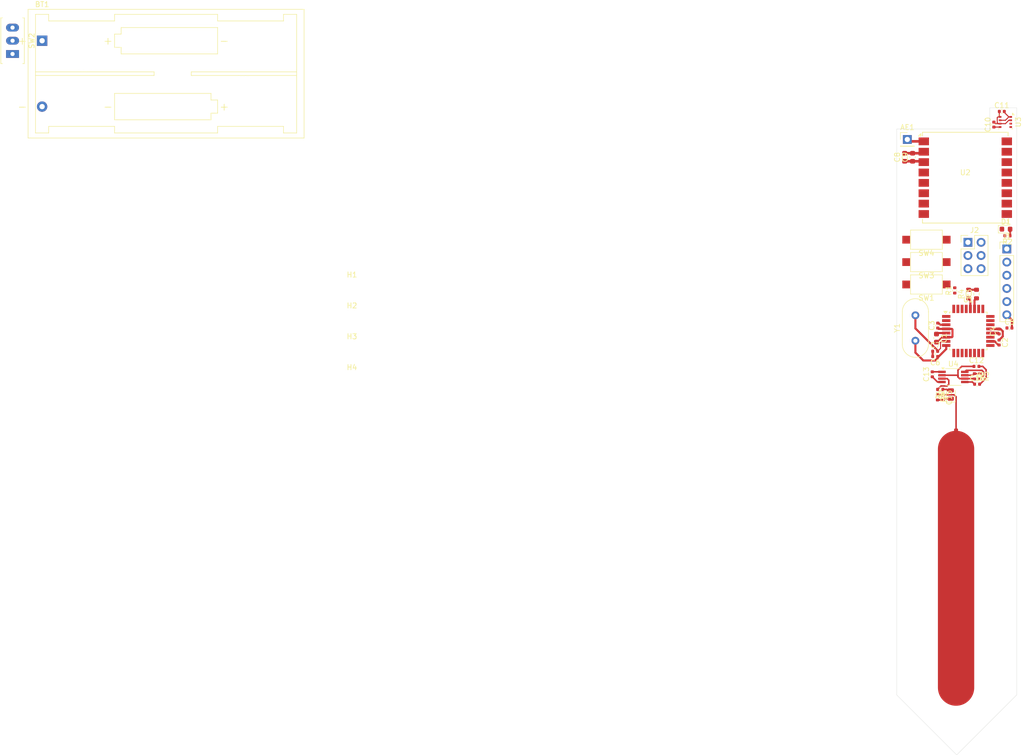
<source format=kicad_pcb>
(kicad_pcb (version 20240108) (generator "pcbnew") (generator_version "8.0")
  (layers (0 "F.Cu" signal) (31 "B.Cu" signal) (34 "B.Paste" user) (35 "F.Paste" user) (36 "B.SilkS" user "B.Silkscreen") (37 "F.SilkS" user "F.Silkscreen") (38 "B.Mask" user) (39 "F.Mask" user) (44 "Edge.Cuts" user))
  (net 0 "")
  (net 1 "Net-(AE1-Pin_1)")
  (net 2 "Net-(BT1-+)")
  (net 3 "GND")
  (net 4 "+3.3V")
  (net 5 "Net-(U1-AREF)")
  (net 6 "RESET")
  (net 7 "Net-(J1-Pin_6)")
  (net 8 "XTAL2")
  (net 9 "XTAL1")
  (net 10 "TRIG")
  (net 11 "Net-(C14-Pad1)")
  (net 12 "SOIL")
  (net 13 "COUT")
  (net 14 "Net-(D1-A)")
  (net 15 "Net-(D2-A)")
  (net 17 "RX")
  (net 18 "+5V")
  (net 19 "TX")
  (net 20 "MOSI")
  (net 21 "SCK")
  (net 22 "MISO")
  (net 23 "SDA")
  (net 24 "SCL")
  (net 25 "Net-(U4-DIS)")
  (net 26 "OUT")
  (net 28 "BUTTON1")
  (net 29 "BUTTON2")
  (net 34 "DIO0")
  (net 36 "LORA_RST")
  (net 40 "CS")
  (footprint "Resistor_SMD:R_0402_1005Metric" (layer "F.Cu") (at 255.512366 104.56 -90)
    (property "Reference" "R6" (at 0 -1.17 90) (layer "F.SilkS"))
    (property "Value" "1.5 K")
    (fp_line (start -0.153641 0.38) (end 0.153641 0.38) (stroke (width 0.12)) (layer "F.SilkS"))
    (fp_line (start -0.153641 -0.38) (end 0.153641 -0.38) (stroke (width 0.12)) (layer "F.SilkS"))
    (pad "1" smd roundrect (at -0.51 0 270) (size 0.54 0.64) (layers "F.Cu" "F.Paste" "F.Mask") (net 25 "Net-(U4-DIS)"))
    (pad "2" smd roundrect (at 0.51 0 270) (size 0.54 0.64) (layers "F.Cu" "F.Paste" "F.Mask") (net 10 "TRIG"))
  )
  (footprint "Resistor_SMD:R_0402_1005Metric" (layer "F.Cu") (at 248.910366 107.1 180)
    (property "Reference" "R8" (at 0 -1.17 180) (layer "F.SilkS"))
    (property "Value" "10 K")
    (fp_line (start -0.153641 0.38) (end 0.153641 0.38) (stroke (width 0.12)) (layer "F.SilkS"))
    (fp_line (start -0.153641 -0.38) (end 0.153641 -0.38) (stroke (width 0.12)) (layer "F.SilkS"))
    (pad "1" smd roundrect (at -0.51 0 180) (size 0.54 0.64) (layers "F.Cu" "F.Paste" "F.Mask") (net 15 "Net-(D2-A)"))
    (pad "2" smd roundrect (at 0.51 0 180) (size 0.54 0.64) (layers "F.Cu" "F.Paste" "F.Mask") (net 26 "OUT"))
  )
  (footprint "Connector_PinHeader_2.54mm:PinHeader_2x03_P2.54mm_Vertical" (layer "F.Cu") (at 254.254 78.74)
    (property "Reference" "J2" (at 1.27 -2.33 0) (layer "F.SilkS"))
    (property "Value" "AT_ISP")
    (fp_line (start -1.33 -1.33) (end 0 -1.33) (stroke (width 0.12)) (layer "F.SilkS"))
    (fp_line (start -1.33 0) (end -1.33 -1.33) (stroke (width 0.12)) (layer "F.SilkS"))
    (fp_line (start -1.33 1.27) (end -1.33 6.41) (stroke (width 0.12)) (layer "F.SilkS"))
    (fp_line (start -1.33 1.27) (end 1.27 1.27) (stroke (width 0.12)) (layer "F.SilkS"))
    (fp_line (start -1.33 6.41) (end 3.87 6.41) (stroke (width 0.12)) (layer "F.SilkS"))
    (fp_line (start 1.27 -1.33) (end 3.87 -1.33) (stroke (width 0.12)) (layer "F.SilkS"))
    (fp_line (start 1.27 1.27) (end 1.27 -1.33) (stroke (width 0.12)) (layer "F.SilkS"))
    (fp_line (start 3.87 -1.33) (end 3.87 6.41) (stroke (width 0.12)) (layer "F.SilkS"))
    (pad "1" thru_hole rect (at 0 0) (size 1.7 1.7) (drill 1) (layers "*.Cu" "*.Mask") (net 22 "MISO"))
    (pad "2" thru_hole oval (at 2.54 0) (size 1.7 1.7) (drill 1) (layers "*.Cu" "*.Mask") (net 4 "+3.3V"))
    (pad "3" thru_hole oval (at 0 2.54) (size 1.7 1.7) (drill 1) (layers "*.Cu" "*.Mask") (net 21 "SCK"))
    (pad "4" thru_hole oval (at 2.54 2.54) (size 1.7 1.7) (drill 1) (layers "*.Cu" "*.Mask") (net 20 "MOSI"))
    (pad "5" thru_hole oval (at 0 5.08) (size 1.7 1.7) (drill 1) (layers "*.Cu" "*.Mask") (net 6 "RESET"))
    (pad "6" thru_hole oval (at 2.54 5.08) (size 1.7 1.7) (drill 1) (layers "*.Cu" "*.Mask") (net 3 "GND"))
  )
  (footprint "Resistor_SMD:R_0402_1005Metric" (layer "F.Cu") (at 256.584366 104.562 -90)
    (property "Reference" "R5" (at 0 -1.17 90) (layer "F.SilkS"))
    (property "Value" "330")
    (fp_line (start -0.153641 0.38) (end 0.153641 0.38) (stroke (width 0.12)) (layer "F.SilkS"))
    (fp_line (start -0.153641 -0.38) (end 0.153641 -0.38) (stroke (width 0.12)) (layer "F.SilkS"))
    (pad "1" smd roundrect (at -0.51 0 270) (size 0.54 0.64) (layers "F.Cu" "F.Paste" "F.Mask") (net 25 "Net-(U4-DIS)"))
    (pad "2" smd roundrect (at 0.51 0 270) (size 0.54 0.64) (layers "F.Cu" "F.Paste" "F.Mask") (net 4 "+3.3V"))
  )
  (footprint "Capacitor_SMD:C_0402_1005Metric" (layer "F.Cu") (at 259.262 56.048 90)
    (property "Reference" "C10" (at 0 -1.16 -90) (layer "F.SilkS"))
    (property "Value" "100 nF")
    (fp_line (start -0.107836 -0.36) (end 0.107836 -0.36) (stroke (width 0.12)) (layer "F.SilkS"))
    (fp_line (start -0.107836 0.36) (end 0.107836 0.36) (stroke (width 0.12)) (layer "F.SilkS"))
    (pad "1" smd roundrect (at -0.48 0 90) (size 0.56 0.62) (layers "F.Cu" "F.Paste" "F.Mask") (net 3 "GND"))
    (pad "2" smd roundrect (at 0.48 0 90) (size 0.56 0.62) (layers "F.Cu" "F.Paste" "F.Mask") (net 4 "+3.3V"))
  )
  (footprint "Capacitor_SMD:C_0402_1005Metric" (layer "F.Cu") (at 248.448 94.784 90)
    (property "Reference" "C3" (at 0 -1.16 -90) (layer "F.SilkS"))
    (property "Value" "100 nF")
    (fp_line (start -0.107836 -0.36) (end 0.107836 -0.36) (stroke (width 0.12)) (layer "F.SilkS"))
    (fp_line (start -0.107836 0.36) (end 0.107836 0.36) (stroke (width 0.12)) (layer "F.SilkS"))
    (pad "1" smd roundrect (at -0.48 0 90) (size 0.56 0.62) (layers "F.Cu" "F.Paste" "F.Mask") (net 4 "+3.3V"))
    (pad "2" smd roundrect (at 0.48 0 90) (size 0.56 0.62) (layers "F.Cu" "F.Paste" "F.Mask") (net 3 "GND"))
  )
  (footprint "Package_LGA:Bosch_LGA-8_2.5x2.5mm_P0.65mm_ClockwisePinNumbering" (layer "F.Cu") (at 261.484 55.54 -90)
    (property "Reference" "U3" (at 0.015 -2.465 90) (layer "F.SilkS"))
    (property "Value" "BME280")
    (fp_line (start -1.35 1.36) (end -1.2 1.36) (stroke (width 0.1)) (layer "F.SilkS"))
    (fp_line (start -1.35 1.35) (end -1.35 1.2) (stroke (width 0.1)) (layer "F.SilkS"))
    (fp_line (start 1.35 1.35) (end 1.2 1.35) (stroke (width 0.1)) (layer "F.SilkS"))
    (fp_line (start 1.35 1.35) (end 1.35 1.2) (stroke (width 0.1)) (layer "F.SilkS"))
    (fp_line (start 1.2 -1.35) (end 1.35 -1.35) (stroke (width 0.1)) (layer "F.SilkS"))
    (fp_line (start 1.35 -1.35) (end 1.35 -1.2) (stroke (width 0.1)) (layer "F.SilkS"))
    (fp_poly (pts (xy -1.35 -1.35) (xy -1.71 -1.35) (xy -1.35 -1.71) (xy -1.35 -1.35)) (stroke (width 0.12)) (fill solid) (layer "F.SilkS"))
    (pad "1" smd rect (at -0.975 -1.025) (size 0.5 0.35) (layers "F.Cu" "F.Paste" "F.Mask") (net 3 "GND"))
    (pad "2" smd rect (at -0.325 -1.025) (size 0.5 0.35) (layers "F.Cu" "F.Paste" "F.Mask") (net 4 "+3.3V"))
    (pad "3" smd rect (at 0.325 -1.025) (size 0.5 0.35) (layers "F.Cu" "F.Paste" "F.Mask") (net 23 "SDA"))
    (pad "4" smd rect (at 0.975 -1.025) (size 0.5 0.35) (layers "F.Cu" "F.Paste" "F.Mask") (net 24 "SCL"))
    (pad "5" smd rect (at 0.975 1.025) (size 0.5 0.35) (layers "F.Cu" "F.Paste" "F.Mask") (net 3 "GND"))
    (pad "6" smd rect (at 0.325 1.025) (size 0.5 0.35) (layers "F.Cu" "F.Paste" "F.Mask") (net 4 "+3.3V"))
    (pad "7" smd rect (at -0.325 1.025) (size 0.5 0.35) (layers "F.Cu" "F.Paste" "F.Mask") (net 3 "GND"))
    (pad "8" smd rect (at -0.975 1.025) (size 0.5 0.35) (layers "F.Cu" "F.Paste" "F.Mask") (net 4 "+3.3V"))
  )
  (footprint "Button_Switch_SMD:SW_SPST_CK_RS282G05A3" (layer "F.Cu") (at 246.253 86.864 180)
    (property "Reference" "SW1" (at 0 -2.6 180) (layer "F.SilkS"))
    (property "Value" "AT_RESET")
    (fp_line (start 3.06 1.85) (end -3.06 1.85) (stroke (width 0.12)) (layer "F.SilkS"))
    (fp_line (start 3.06 -1.85) (end 3.06 1.85) (stroke (width 0.12)) (layer "F.SilkS"))
    (fp_line (start -3.06 1.85) (end -3.06 -1.85) (stroke (width 0.12)) (layer "F.SilkS"))
    (fp_line (start -3.06 -1.85) (end 3.06 -1.85) (stroke (width 0.12)) (layer "F.SilkS"))
    (pad "1" smd rect (at -3.9 0 180) (size 1.5 1.5) (layers "F.Cu" "F.Paste" "F.Mask") (net 6 "RESET"))
    (pad "2" smd rect (at 3.9 0 180) (size 1.5 1.5) (layers "F.Cu" "F.Paste" "F.Mask") (net 3 "GND"))
  )
  (footprint "Resistor_SMD:R_0402_1005Metric" (layer "F.Cu") (at 261.872 77.47 180)
    (property "Reference" "R2" (at 0 -1.17 180) (layer "F.SilkS"))
    (property "Value" "1 K")
    (fp_line (start -0.153641 0.38) (end 0.153641 0.38) (stroke (width 0.12)) (layer "F.SilkS"))
    (fp_line (start -0.153641 -0.38) (end 0.153641 -0.38) (stroke (width 0.12)) (layer "F.SilkS"))
    (pad "1" smd roundrect (at -0.51 0 180) (size 0.54 0.64) (layers "F.Cu" "F.Paste" "F.Mask") (net 14 "Net-(D1-A)"))
    (pad "2" smd roundrect (at 0.51 0 180) (size 0.54 0.64) (layers "F.Cu" "F.Paste" "F.Mask") (net 21 "SCK"))
  )
  (footprint "Resistor_SMD:R_0603_1608Metric" (layer "F.Cu") (at 254.381 88.709 90)
    (property "Reference" "R4" (at 0 -1.43 -90) (layer "F.SilkS"))
    (property "Value" "1.8 K")
    (fp_line (start -0.237258 -0.5225) (end 0.237258 -0.5225) (stroke (width 0.12)) (layer "F.SilkS"))
    (fp_line (start -0.237258 0.5225) (end 0.237258 0.5225) (stroke (width 0.12)) (layer "F.SilkS"))
    (pad "1" smd roundrect (at -0.825 0 90) (size 0.8 0.95) (layers "F.Cu" "F.Paste" "F.Mask") (net 24 "SCL"))
    (pad "2" smd roundrect (at 0.825 0 90) (size 0.8 0.95) (layers "F.Cu" "F.Paste" "F.Mask") (net 4 "+3.3V"))
  )
  (footprint "Capacitor_SMD:C_0402_1005Metric" (layer "F.Cu") (at 249.483366 108.65 -90)
    (property "Reference" "C15" (at 0 -1.16 90) (layer "F.SilkS"))
    (property "Value" "1 nF")
    (fp_line (start -0.107836 0.36) (end 0.107836 0.36) (stroke (width 0.12)) (layer "F.SilkS"))
    (fp_line (start -0.107836 -0.36) (end 0.107836 -0.36) (stroke (width 0.12)) (layer "F.SilkS"))
    (pad "1" smd roundrect (at -0.48 0 270) (size 0.56 0.62) (layers "F.Cu" "F.Paste" "F.Mask") (net 11 "Net-(C14-Pad1)"))
    (pad "2" smd roundrect (at 0.48 0 270) (size 0.56 0.62) (layers "F.Cu" "F.Paste" "F.Mask") (net 12 "SOIL"))
  )
  (footprint "Connector_PinHeader_2.54mm:PinHeader_1x06_P2.54mm_Vertical" (layer "F.Cu") (at 261.747 80.01)
    (property "Reference" "J1" (at 0 -2.33 0) (layer "F.SilkS"))
    (property "Value" "FTDI")
    (fp_line (start -1.33 -1.33) (end 0 -1.33) (stroke (width 0.12)) (layer "F.SilkS"))
    (fp_line (start -1.33 0) (end -1.33 -1.33) (stroke (width 0.12)) (layer "F.SilkS"))
    (fp_line (start -1.33 1.27) (end -1.33 14.03) (stroke (width 0.12)) (layer "F.SilkS"))
    (fp_line (start -1.33 1.27) (end 1.33 1.27) (stroke (width 0.12)) (layer "F.SilkS"))
    (fp_line (start -1.33 14.03) (end 1.33 14.03) (stroke (width 0.12)) (layer "F.SilkS"))
    (fp_line (start 1.33 1.27) (end 1.33 14.03) (stroke (width 0.12)) (layer "F.SilkS"))
    (pad "1" thru_hole rect (at 0 0) (size 1.7 1.7) (drill 1) (layers "*.Cu" "*.Mask") (net 3 "GND"))
    (pad "2" thru_hole oval (at 0 2.54) (size 1.7 1.7) (drill 1) (layers "*.Cu" "*.Mask"))
    (pad "3" thru_hole oval (at 0 5.08) (size 1.7 1.7) (drill 1) (layers "*.Cu" "*.Mask") (net 18 "+5V"))
    (pad "4" thru_hole oval (at 0 7.62) (size 1.7 1.7) (drill 1) (layers "*.Cu" "*.Mask") (net 17 "RX"))
    (pad "5" thru_hole oval (at 0 10.16) (size 1.7 1.7) (drill 1) (layers "*.Cu" "*.Mask") (net 19 "TX"))
    (pad "6" thru_hole oval (at 0 12.7) (size 1.7 1.7) (drill 1) (layers "*.Cu" "*.Mask") (net 7 "Net-(J1-Pin_6)"))
  )
  (footprint "Capacitor_SMD:C_0402_1005Metric" (layer "F.Cu") (at 260.786 53.508)
    (property "Reference" "C11" (at 0 -1.16 0) (layer "F.SilkS"))
    (property "Value" "1 uF")
    (fp_line (start -0.107836 -0.36) (end 0.107836 -0.36) (stroke (width 0.12)) (layer "F.SilkS"))
    (fp_line (start -0.107836 0.36) (end 0.107836 0.36) (stroke (width 0.12)) (layer "F.SilkS"))
    (pad "1" smd roundrect (at -0.48 0) (size 0.56 0.62) (layers "F.Cu" "F.Paste" "F.Mask") (net 4 "+3.3V"))
    (pad "2" smd roundrect (at 0.48 0) (size 0.56 0.62) (layers "F.Cu" "F.Paste" "F.Mask") (net 3 "GND"))
  )
  (footprint "Sensor_Humidity:Soil" (layer "F.Cu") (at 251.968 118.5695)
    (property "Reference" "C14" (hide yes))
    (property "Value" "Soil")
    (fp_line (start 0 0) (end 0 46) (stroke (width 7)) (layer "F.Cu"))
    (pad "1" smd roundrect (at 0 -3.58775) (size 0.762 0.6985) (layers "F.Cu" "F.Paste" "F.Mask") (net 11 "Net-(C14-Pad1)"))
  )
  (footprint "Battery:BatteryHolder_Keystone_2468_2xAAA" (layer "F.Cu") (at 75.795 39.878)
    (property "Reference" "BT1" (at 0 -7 0) (layer "F.SilkS"))
    (property "Value" "Battery")
    (fp_line (start -2.7 -6.05) (end -2.7 18.75) (stroke (width 0.12)) (layer "F.SilkS"))
    (fp_line (start -2.7 18.755) (end 50.5 18.755) (stroke (width 0.12)) (layer "F.SilkS"))
    (fp_line (start -1.27 -5.08) (end -1.27 17.78) (stroke (width 0.12)) (layer "F.SilkS"))
    (fp_line (start -1.27 6) (end 21.59 6) (stroke (width 0.12)) (layer "F.SilkS"))
    (fp_line (start -1.27 17.78) (end 1.27 17.78) (stroke (width 0.12)) (layer "F.SilkS"))
    (fp_line (start 1.27 -5.08) (end -1.27 -5.08) (stroke (width 0.12)) (layer "F.SilkS"))
    (fp_line (start 1.27 -3.81) (end 1.27 -5.08) (stroke (width 0.12)) (layer "F.SilkS"))
    (fp_line (start 1.27 -3.81) (end 13.97 -3.81) (stroke (width 0.12)) (layer "F.SilkS"))
    (fp_line (start 1.27 16.51) (end 13.97 16.51) (stroke (width 0.12)) (layer "F.SilkS"))
    (fp_line (start 1.27 17.78) (end 1.27 16.51) (stroke (width 0.12)) (layer "F.SilkS"))
    (fp_line (start 13.97 -5.08) (end 13.97 -3.81) (stroke (width 0.12)) (layer "F.SilkS"))
    (fp_line (start 13.97 -1.27) (end 15.24 -1.27) (stroke (width 0.12)) (layer "F.SilkS"))
    (fp_line (start 13.97 1.27) (end 13.97 -1.27) (stroke (width 0.12)) (layer "F.SilkS"))
    (fp_line (start 13.97 10.16) (end 32.56 10.16) (stroke (width 0.12)) (layer "F.SilkS"))
    (fp_line (start 13.97 15.24) (end 13.97 10.16) (stroke (width 0.12)) (layer "F.SilkS"))
    (fp_line (start 13.97 16.51) (end 13.97 17.78) (stroke (width 0.12)) (layer "F.SilkS"))
    (fp_line (start 13.97 17.78) (end 33.83 17.78) (stroke (width 0.12)) (layer "F.SilkS"))
    (fp_line (start 15.24 -2.54) (end 33.83 -2.54) (stroke (width 0.12)) (layer "F.SilkS"))
    (fp_line (start 15.24 -1.27) (end 15.24 -2.54) (stroke (width 0.12)) (layer "F.SilkS"))
    (fp_line (start 15.24 1.27) (end 13.97 1.27) (stroke (width 0.12)) (layer "F.SilkS"))
    (fp_line (start 15.24 2.54) (end 15.24 1.27) (stroke (width 0.12)) (layer "F.SilkS"))
    (fp_line (start 21.59 6) (end 21.59 6.7) (stroke (width 0.12)) (layer "F.SilkS"))
    (fp_line (start 21.59 6.7) (end -1.27 6.7) (stroke (width 0.12)) (layer "F.SilkS"))
    (fp_line (start 28.75 6) (end 28.75 6.7) (stroke (width 0.12)) (layer "F.SilkS"))
    (fp_line (start 28.75 6.7) (end 49.07 6.7) (stroke (width 0.12)) (layer "F.SilkS"))
    (fp_line (start 32.56 10.16) (end 32.56 11.43) (stroke (width 0.12)) (layer "F.SilkS"))
    (fp_line (start 32.56 11.43) (end 33.83 11.43) (stroke (width 0.12)) (layer "F.SilkS"))
    (fp_line (start 32.56 13.97) (end 32.56 15.24) (stroke (width 0.12)) (layer "F.SilkS"))
    (fp_line (start 32.56 15.24) (end 13.97 15.24) (stroke (width 0.12)) (layer "F.SilkS"))
    (fp_line (start 33.83 -5.08) (end 13.97 -5.08) (stroke (width 0.12)) (layer "F.SilkS"))
    (fp_line (start 33.83 -3.81) (end 33.83 -5.08) (stroke (width 0.12)) (layer "F.SilkS"))
    (fp_line (start 33.83 -2.54) (end 33.83 2.54) (stroke (width 0.12)) (layer "F.SilkS"))
    (fp_line (start 33.83 2.54) (end 15.24 2.54) (stroke (width 0.12)) (layer "F.SilkS"))
    (fp_line (start 33.83 11.43) (end 33.83 13.97) (stroke (width 0.12)) (layer "F.SilkS"))
    (fp_line (start 33.83 13.97) (end 32.56 13.97) (stroke (width 0.12)) (layer "F.SilkS"))
    (fp_line (start 33.83 17.78) (end 33.83 16.51) (stroke (width 0.12)) (layer "F.SilkS"))
    (fp_line (start 46.53 -5.08) (end 46.53 -3.81) (stroke (width 0.12)) (layer "F.SilkS"))
    (fp_line (start 46.53 -3.81) (end 33.83 -3.81) (stroke (width 0.12)) (layer "F.SilkS"))
    (fp_line (start 46.53 16.51) (end 33.83 16.51) (stroke (width 0.12)) (layer "F.SilkS"))
    (fp_line (start 46.53 17.78) (end 46.53 16.51) (stroke (width 0.12)) (layer "F.SilkS"))
    (fp_line (start 49.07 -5.08) (end 46.53 -5.08) (stroke (width 0.12)) (layer "F.SilkS"))
    (fp_line (start 49.07 -5.08) (end 49.07 17.78) (stroke (width 0.12)) (layer "F.SilkS"))
    (fp_line (start 49.07 6) (end 28.75 6) (stroke (width 0.12)) (layer "F.SilkS"))
    (fp_line (start 49.07 17.78) (end 46.53 17.78) (stroke (width 0.12)) (layer "F.SilkS"))
    (fp_line (start 50.5 -6.055) (end -2.7 -6.055) (stroke (width 0.12)) (layer "F.SilkS"))
    (fp_line (start 50.5 18.75) (end 50.5 -6.05) (stroke (width 0.12)) (layer "F.SilkS"))
    (fp_text user "+" (at 35.1 12.7 0) (layer "F.SilkS") (effects (font (size 1.5 1.5))))
    (fp_text user "-" (at 35.1 0 0) (layer "F.SilkS") (effects (font (size 1.5 1.5))))
    (fp_text user "-" (at -3.81 12.7 0) (layer "F.SilkS") (effects (font (size 1.5 1.5))))
    (fp_text user "+" (at 12.7 0 0) (layer "F.SilkS") (effects (font (size 1.5 1.5))))
    (fp_text user "+" (at -3.81 0 0) (layer "F.SilkS") (effects (font (size 1.5 1.5))))
    (fp_text user "-" (at 12.7 12.7 0) (layer "F.SilkS") (effects (font (size 1.5 1.5))))
    (pad "" np_thru_hole circle (at 8.64 4) (size 3.45 3.45) (drill 3.45) (layers "*.Cu"))
    (pad "" np_thru_hole circle (at 38.61 8.7) (size 3.45 3.45) (drill 3.45) (layers "*.Cu" "*.Mask"))
    (pad "1" thru_hole rect (at 0 0) (size 2 2) (drill 1.02) (layers "*.Cu" "*.Mask") (net 2 "Net-(BT1-+)"))
    (pad "2" thru_hole circle (at 0 12.7) (size 2 2) (drill 1.02) (layers "*.Cu" "*.Mask") (net 3 "GND"))
  )
  (footprint "MountingHole:MountingHole_2.2mm_M2" (layer "F.Cu") (at 135.518 100.097)
    (property "Reference" "H3" (at 0 -3.2 0) (layer "F.SilkS"))
    (property "Value" "MountingHole")
    (pad "" np_thru_hole circle (at 0 0) (size 2.2 2.2) (drill 2.2) (layers "*.Cu" "*.Mask"))
  )
  (footprint "Package_SO:VSSOP-8_3.0x3.0mm_P0.65mm" (layer "F.Cu") (at 251.450366 104.687)
    (property "Reference" "U4" (at 0 -2.5 0) (layer "F.SilkS"))
    (property "Value" "TLC555xPS")
    (fp_line (start 1.5 -1.62) (end -1.5 -1.62) (stroke (width 0.12)) (layer "F.SilkS"))
    (fp_line (start 1.5 1.62) (end -1.5 1.62) (stroke (width 0.12)) (layer "F.SilkS"))
    (fp_poly (pts (xy -2 -1.45) (xy -2.24 -1.78) (xy -1.76 -1.78) (xy -2 -1.45)) (stroke (width 0.12)) (fill solid) (layer "F.SilkS"))
    (pad "1" smd rect (at -2.2 -0.975 270) (size 0.45 1.45) (layers "F.Cu" "F.Paste" "F.Mask") (net 3 "GND"))
    (pad "2" smd rect (at -2.2 -0.325 270) (size 0.45 1.45) (layers "F.Cu" "F.Paste" "F.Mask") (net 10 "TRIG"))
    (pad "3" smd rect (at -2.2 0.325 270) (size 0.45 1.45) (layers "F.Cu" "F.Paste" "F.Mask") (net 26 "OUT"))
    (pad "4" smd rect (at -2.2 0.975 270) (size 0.45 1.45) (layers "F.Cu" "F.Paste" "F.Mask") (net 4 "+3.3V"))
    (pad "5" smd rect (at 2.2 0.975 270) (size 0.45 1.45) (layers "F.Cu" "F.Paste" "F.Mask") (net 13 "COUT"))
    (pad "6" smd rect (at 2.2 0.325 270) (size 0.45 1.45) (layers "F.Cu" "F.Paste" "F.Mask") (net 10 "TRIG"))
    (pad "7" smd rect (at 2.2 -0.325 270) (size 0.45 1.45) (layers "F.Cu" "F.Paste" "F.Mask") (net 25 "Net-(U4-DIS)"))
    (pad "8" smd rect (at 2.2 -0.975 270) (size 0.45 1.45) (layers "F.Cu" "F.Paste" "F.Mask") (net 4 "+3.3V"))
  )
  (footprint "LED_SMD:LED_0603_1608Metric" (layer "F.Cu") (at 261.5945 76.2)
    (property "Reference" "D1" (at 0 -1.43 0) (layer "F.SilkS"))
    (property "Value" "LED")
    (fp_line (start -1.485 -0.735) (end -1.485 0.735) (stroke (width 0.12)) (layer "F.SilkS"))
    (fp_line (start -1.485 0.735) (end 0.8 0.735) (stroke (width 0.12)) (layer "F.SilkS"))
    (fp_line (start 0.8 -0.735) (end -1.485 -0.735) (stroke (width 0.12)) (layer "F.SilkS"))
    (pad "1" smd roundrect (at -0.7875 0) (size 0.875 0.95) (layers "F.Cu" "F.Paste" "F.Mask") (net 3 "GND"))
    (pad "2" smd roundrect (at 0.7875 0) (size 0.875 0.95) (layers "F.Cu" "F.Paste" "F.Mask") (net 14 "Net-(D1-A)"))
  )
  (footprint "Capacitor_SMD:C_0402_1005Metric" (layer "F.Cu") (at 260.259 95.927 90)
    (property "Reference" "C4" (at 0 -1.16 -90) (layer "F.SilkS"))
    (property "Value" "100 nF")
    (fp_line (start -0.107836 -0.36) (end 0.107836 -0.36) (stroke (width 0.12)) (layer "F.SilkS"))
    (fp_line (start -0.107836 0.36) (end 0.107836 0.36) (stroke (width 0.12)) (layer "F.SilkS"))
    (pad "1" smd roundrect (at -0.48 0 90) (size 0.56 0.62) (layers "F.Cu" "F.Paste" "F.Mask") (net 5 "Net-(U1-AREF)"))
    (pad "2" smd roundrect (at 0.48 0 90) (size 0.56 0.62) (layers "F.Cu" "F.Paste" "F.Mask") (net 3 "GND"))
  )
  (footprint "Capacitor_SMD:C_0402_1005Metric" (layer "F.Cu") (at 247.94 100.753 180)
    (property "Reference" "C6" (at 0 -1.16 180) (layer "F.SilkS"))
    (property "Value" "22 pF")
    (fp_line (start -0.107836 0.36) (end 0.107836 0.36) (stroke (width 0.12)) (layer "F.SilkS"))
    (fp_line (start -0.107836 -0.36) (end 0.107836 -0.36) (stroke (width 0.12)) (layer "F.SilkS"))
    (pad "1" smd roundrect (at -0.48 0 180) (size 0.56 0.62) (layers "F.Cu" "F.Paste" "F.Mask") (net 8 "XTAL2"))
    (pad "2" smd roundrect (at 0.48 0 180) (size 0.56 0.62) (layers "F.Cu" "F.Paste" "F.Mask") (net 3 "GND"))
  )
  (footprint "Capacitor_SMD:C_0402_1005Metric" (layer "F.Cu") (at 255.895366 102.655)
    (property "Reference" "C12" (at 0 -1.16 0) (layer "F.SilkS"))
    (property "Value" "470 pF")
    (fp_line (start -0.107836 -0.36) (end 0.107836 -0.36) (stroke (width 0.12)) (layer "F.SilkS"))
    (fp_line (start -0.107836 0.36) (end 0.107836 0.36) (stroke (width 0.12)) (layer "F.SilkS"))
    (pad "1" smd roundrect (at -0.48 0) (size 0.56 0.62) (layers "F.Cu" "F.Paste" "F.Mask") (net 10 "TRIG"))
    (pad "2" smd roundrect (at 0.48 0) (size 0.56 0.62) (layers "F.Cu" "F.Paste" "F.Mask") (net 3 "GND"))
  )
  (footprint "Capacitor_SMD:C_0603_1608Metric" (layer "F.Cu") (at 248.194 97.197 -90)
    (property "Reference" "C1" (at 0 -1.43 90) (layer "F.SilkS"))
    (property "Value" "10 uF")
    (fp_line (start -0.14058 0.51) (end 0.14058 0.51) (stroke (width 0.12)) (layer "F.SilkS"))
    (fp_line (start -0.14058 -0.51) (end 0.14058 -0.51) (stroke (width 0.12)) (layer "F.SilkS"))
    (pad "1" smd roundrect (at -0.775 0 270) (size 0.9 0.95) (layers "F.Cu" "F.Paste" "F.Mask") (net 3 "GND"))
    (pad "2" smd roundrect (at 0.775 0 270) (size 0.9 0.95) (layers "F.Cu" "F.Paste" "F.Mask") (net 4 "+3.3V"))
  )
  (footprint "Crystal:Crystal_HC18-U_Vertical" (layer "F.Cu") (at 244.13 97.705 90)
    (property "Reference" "Y1" (at 2.45 -3.525 -90) (layer "F.SilkS"))
    (property "Value" "8MHz")
    (fp_line (start -0.675 -2.525) (end 5.575 -2.525) (stroke (width 0.12)) (layer "F.SilkS"))
    (fp_line (start -0.675 2.525) (end 5.575 2.525) (stroke (width 0.12)) (layer "F.SilkS"))
    (fp_arc (start 5.575 -2.525) (mid 8.1 0) (end 5.575 2.525) (stroke (width 0.12)) (layer "F.SilkS"))
    (fp_arc (start -0.675 2.525) (mid -3.2 0) (end -0.675 -2.525) (stroke (width 0.12)) (layer "F.SilkS"))
    (pad "1" thru_hole circle (at 0 0 90) (size 1.5 1.5) (drill 0.8) (layers "*.Cu" "*.Mask") (net 8 "XTAL2"))
    (pad "2" thru_hole circle (at 4.9 0 90) (size 1.5 1.5) (drill 0.8) (layers "*.Cu" "*.Mask") (net 9 "XTAL1"))
  )
  (footprint "Capacitor_SMD:C_0603_1608Metric" (layer "F.Cu") (at 242.063 62.342 90)
    (property "Reference" "C8" (at 0 -1.43 -90) (layer "F.SilkS"))
    (property "Value" "10 uF")
    (fp_line (start -0.14058 -0.51) (end 0.14058 -0.51) (stroke (width 0.12)) (layer "F.SilkS"))
    (fp_line (start -0.14058 0.51) (end 0.14058 0.51) (stroke (width 0.12)) (layer "F.SilkS"))
    (pad "1" smd roundrect (at -0.775 0 90) (size 0.9 0.95) (layers "F.Cu" "F.Paste" "F.Mask") (net 4 "+3.3V"))
    (pad "2" smd roundrect (at 0.775 0 90) (size 0.9 0.95) (layers "F.Cu" "F.Paste" "F.Mask") (net 3 "GND"))
  )
  (footprint "Resistor_SMD:R_0402_1005Metric" (layer "F.Cu") (at 251.714 88.009 90)
    (property "Reference" "R1" (at 0 -1.17 -90) (layer "F.SilkS"))
    (property "Value" "220")
    (fp_line (start -0.153641 -0.38) (end 0.153641 -0.38) (stroke (width 0.12)) (layer "F.SilkS"))
    (fp_line (start -0.153641 0.38) (end 0.153641 0.38) (stroke (width 0.12)) (layer "F.SilkS"))
    (pad "1" smd roundrect (at -0.51 0 90) (size 0.54 0.64) (layers "F.Cu" "F.Paste" "F.Mask") (net 4 "+3.3V"))
    (pad "2" smd roundrect (at 0.51 0 90) (size 0.54 0.64) (layers "F.Cu" "F.Paste" "F.Mask") (net 6 "RESET"))
  )
  (footprint "Button_Switch_THT:SW_Slide_SPDT" (layer "F.Cu") (at 70.095 39.896 90)
    (property "Reference" "SW2" (at 0 3.707 90) (layer "F.SilkS"))
    (property "Value" "Power")
    (fp_line (start 4.428 -2.251) (end 4.428 -1.941) (stroke (width 0.12)) (layer "F.SilkS"))
    (fp_line (start -4.392 -2.251) (end 4.428 -2.251) (stroke (width 0.12)) (layer "F.SilkS"))
    (fp_line (start -4.392 -1.941) (end -4.392 -2.251) (stroke (width 0.12)) (layer "F.SilkS"))
    (fp_line (start 4.428 2.269) (end 4.428 1.959) (stroke (width 0.12)) (layer "F.SilkS"))
    (fp_line (start 4.428 2.269) (end -4.392 2.269) (stroke (width 0.12)) (layer "F.SilkS"))
    (fp_line (start -4.392 2.269) (end -4.392 1.959) (stroke (width 0.12)) (layer "F.SilkS"))
    (pad "1" thru_hole rect (at -2.54 0 90) (size 1.5 2.5) (drill 0.8) (layers "*.Cu" "*.Mask") (net 4 "+3.3V"))
    (pad "2" thru_hole oval (at 0.018 0.009 90) (size 1.5 2.5) (drill 0.8) (layers "*.Cu" "*.Mask") (net 2 "Net-(BT1-+)"))
    (pad "3" thru_hole oval (at 2.54 0 90) (size 1.5 2.5) (drill 0.8) (layers "*.Cu" "*.Mask"))
  )
  (footprint "Capacitor_SMD:C_0402_1005Metric" (layer "F.Cu") (at 247.386366 104.179 90)
    (property "Reference" "C13" (at 0 -1.16 -90) (layer "F.SilkS"))
    (property "Value" "100 nF")
    (fp_line (start -0.107836 -0.36) (end 0.107836 -0.36) (stroke (width 0.12)) (layer "F.SilkS"))
    (fp_line (start -0.107836 0.36) (end 0.107836 0.36) (stroke (width 0.12)) (layer "F.SilkS"))
    (pad "1" smd roundrect (at -0.48 0 90) (size 0.56 0.62) (layers "F.Cu" "F.Paste" "F.Mask") (net 4 "+3.3V"))
    (pad "2" smd roundrect (at 0.48 0 90) (size 0.56 0.62) (layers "F.Cu" "F.Paste" "F.Mask") (net 3 "GND"))
  )
  (footprint "Capacitor_SMD:C_0402_1005Metric" (layer "F.Cu") (at 262.255 95.25)
    (property "Reference" "C5" (at 0 -1.16 0) (layer "F.SilkS"))
    (property "Value" "100 nF")
    (fp_line (start -0.107836 -0.36) (end 0.107836 -0.36) (stroke (width 0.12)) (layer "F.SilkS"))
    (fp_line (start -0.107836 0.36) (end 0.107836 0.36) (stroke (width 0.12)) (layer "F.SilkS"))
    (pad "1" smd roundrect (at -0.48 0) (size 0.56 0.62) (layers "F.Cu" "F.Paste" "F.Mask") (net 6 "RESET"))
    (pad "2" smd roundrect (at 0.48 0) (size 0.56 0.62) (layers "F.Cu" "F.Paste" "F.Mask") (net 7 "Net-(J1-Pin_6)"))
  )
  (footprint "Capacitor_SMD:C_0402_1005Metric" (layer "F.Cu") (at 260.259 98.058 -90)
    (property "Reference" "C2" (at 0 -1.16 90) (layer "F.SilkS"))
    (property "Value" "100 nF")
    (fp_line (start -0.107836 0.36) (end 0.107836 0.36) (stroke (width 0.12)) (layer "F.SilkS"))
    (fp_line (start -0.107836 -0.36) (end 0.107836 -0.36) (stroke (width 0.12)) (layer "F.SilkS"))
    (pad "1" smd roundrect (at -0.48 0 270) (size 0.56 0.62) (layers "F.Cu" "F.Paste" "F.Mask") (net 3 "GND"))
    (pad "2" smd roundrect (at 0.48 0 270) (size 0.56 0.62) (layers "F.Cu" "F.Paste" "F.Mask") (net 4 "+3.3V"))
  )
  (footprint "Capacitor_SMD:C_0603_1608Metric" (layer "F.Cu") (at 243.587 62.342 90)
    (property "Reference" "C9" (at 0 -1.43 -90) (layer "F.SilkS"))
    (property "Value" "100 nF")
    (fp_line (start -0.14058 -0.51) (end 0.14058 -0.51) (stroke (width 0.12)) (layer "F.SilkS"))
    (fp_line (start -0.14058 0.51) (end 0.14058 0.51) (stroke (width 0.12)) (layer "F.SilkS"))
    (pad "1" smd roundrect (at -0.775 0 90) (size 0.9 0.95) (layers "F.Cu" "F.Paste" "F.Mask") (net 4 "+3.3V"))
    (pad "2" smd roundrect (at 0.775 0 90) (size 0.9 0.95) (layers "F.Cu" "F.Paste" "F.Mask") (net 3 "GND"))
  )
  (footprint "MountingHole:MountingHole_2.2mm_M2" (layer "F.Cu") (at 135.518 88.197)
    (property "Reference" "H1" (at 0 -3.2 0) (layer "F.SilkS"))
    (property "Value" "MountingHole")
    (pad "" np_thru_hole circle (at 0 0) (size 2.2 2.2) (drill 2.2) (layers "*.Cu" "*.Mask"))
  )
  (footprint "Connector_PinHeader_2.54mm:PinHeader_1x01_P2.54mm_Vertical" (layer "F.Cu") (at 242.571 58.913)
    (property "Reference" "AE1" (at 0 -2.33 0) (layer "F.SilkS"))
    (property "Value" "Antenna")
    (fp_line (start -1.33 -1.33) (end 0 -1.33) (stroke (width 0.12)) (layer "F.SilkS"))
    (fp_line (start -1.33 0) (end -1.33 -1.33) (stroke (width 0.12)) (layer "F.SilkS"))
    (fp_line (start -1.33 1.27) (end -1.33 1.33) (stroke (width 0.12)) (layer "F.SilkS"))
    (fp_line (start -1.33 1.27) (end 1.33 1.27) (stroke (width 0.12)) (layer "F.SilkS"))
    (fp_line (start -1.33 1.33) (end 1.33 1.33) (stroke (width 0.12)) (layer "F.SilkS"))
    (fp_line (start 1.33 1.27) (end 1.33 1.33) (stroke (width 0.12)) (layer "F.SilkS"))
    (pad "1" thru_hole rect (at 0 0) (size 1.7 1.7) (drill 1) (layers "*.Cu" "*.Mask") (net 1 "Net-(AE1-Pin_1)"))
  )
  (footprint "RF_Module:Ai-Thinker-Ra-01-LoRa" (layer "F.Cu") (at 253.747 66.279)
    (property "Reference" "U2" (at 0 -1 0) (layer "F.SilkS"))
    (property "Value" "Ra-01")
    (fp_line (start -8.25 -8.75) (end 8.25 -8.75) (stroke (width 0.15)) (layer "F.SilkS"))
    (fp_line (start -8.25 -8) (end -8.25 -8.75) (stroke (width 0.15)) (layer "F.SilkS"))
    (fp_line (start -8.25 8) (end -8.25 8.75) (stroke (width 0.15)) (layer "F.SilkS"))
    (fp_line (start -8.25 8.75) (end 8.25 8.75) (stroke (width 0.15)) (layer "F.SilkS"))
    (fp_line (start 8.25 -8.75) (end 8.25 -8) (stroke (width 0.15)) (layer "F.SilkS"))
    (fp_line (start 8.25 8.75) (end 8.25 8) (stroke (width 0.15)) (layer "F.SilkS"))
    (fp_poly (pts (xy -8.55 -8) (xy -9.05 -8) (xy -8.55 -8.5) (xy -8.55 -8)) (stroke (width 0.12)) (fill solid) (layer "F.SilkS"))
    (pad "1" smd rect (at -8 -7) (size 2 1.5) (layers "F.Cu" "F.Paste" "F.Mask") (net 1 "Net-(AE1-Pin_1)"))
    (pad "2" smd rect (at -8 -5) (size 2 1.5) (layers "F.Cu" "F.Paste" "F.Mask") (net 3 "GND"))
    (pad "3" smd rect (at -8 -3) (size 2 1.5) (layers "F.Cu" "F.Paste" "F.Mask") (net 4 "+3.3V"))
    (pad "4" smd rect (at -8 -1) (size 2 1.5) (layers "F.Cu" "F.Paste" "F.Mask") (net 36 "LORA_RST"))
    (pad "5" smd rect (at -8 1) (size 2 1.5) (layers "F.Cu" "F.Paste" "F.Mask") (net 34 "DIO0"))
    (pad "6" smd rect (at -8 3) (size 2 1.5) (layers "F.Cu" "F.Paste" "F.Mask"))
    (pad "7" smd rect (at -8 5) (size 2 1.5) (layers "F.Cu" "F.Paste" "F.Mask"))
    (pad "8" smd rect (at -8 7) (size 2 1.5) (layers "F.Cu" "F.Paste" "F.Mask"))
    (pad "9" smd rect (at 8 7) (size 2 1.5) (layers "F.Cu" "F.Paste" "F.Mask") (net 3 "GND"))
    (pad "10" smd rect (at 8 5) (size 2 1.5) (layers "F.Cu" "F.Paste" "F.Mask"))
    (pad "11" smd rect (at 8 3) (size 2 1.5) (layers "F.Cu" "F.Paste" "F.Mask"))
    (pad "12" smd rect (at 8 1) (size 2 1.5) (layers "F.Cu" "F.Paste" "F.Mask") (net 21 "SCK"))
    (pad "13" smd rect (at 8 -1) (size 2 1.5) (layers "F.Cu" "F.Paste" "F.Mask") (net 22 "MISO"))
    (pad "14" smd rect (at 8 -3) (size 2 1.5) (layers "F.Cu" "F.Paste" "F.Mask") (net 20 "MOSI"))
    (pad "15" smd rect (at 8 -5) (size 2 1.5) (layers "F.Cu" "F.Paste" "F.Mask") (net 40 "CS"))
    (pad "16" smd rect (at 8 -7) (size 2 1.5) (layers "F.Cu" "F.Paste" "F.Mask") (net 3 "GND"))
  )
  (footprint "Package_QFP:TQFP-32_7x7mm_P0.8mm" (layer "F.Cu") (at 254.324 95.826)
    (property "Reference" "U1" (at 0 -6.05 0) (layer "F.SilkS"))
    (property "Value" "ATmega328P-A")
    (fp_line (start -3.625 -3.625) (end -3.625 -3.4) (stroke (width 0.15)) (layer "F.SilkS"))
    (fp_line (start -3.625 -3.625) (end -3.3 -3.625) (stroke (width 0.15)) (layer "F.SilkS"))
    (fp_line (start -3.625 3.625) (end -3.625 3.3) (stroke (width 0.15)) (layer "F.SilkS"))
    (fp_line (start -3.625 3.625) (end -3.3 3.625) (stroke (width 0.15)) (layer "F.SilkS"))
    (fp_line (start 3.625 -3.625) (end 3.3 -3.625) (stroke (width 0.15)) (layer "F.SilkS"))
    (fp_line (start 3.625 -3.625) (end 3.625 -3.3) (stroke (width 0.15)) (layer "F.SilkS"))
    (fp_line (start 3.625 3.625) (end 3.3 3.625) (stroke (width 0.15)) (layer "F.SilkS"))
    (fp_line (start 3.625 3.625) (end 3.625 3.3) (stroke (width 0.15)) (layer "F.SilkS"))
    (fp_poly (pts (xy -4.39 -3.34) (xy -4.73 -3.81) (xy -4.05 -3.81) (xy -4.39 -3.34)) (stroke (width 0.12)) (fill solid) (layer "F.SilkS"))
    (pad "1" smd rect (at -4.25 -2.8) (size 1.6 0.55) (layers "F.Cu" "F.Paste" "F.Mask"))
    (pad "2" smd rect (at -4.25 -2) (size 1.6 0.55) (layers "F.Cu" "F.Paste" "F.Mask"))
    (pad "3" smd rect (at -4.25 -1.2) (size 1.6 0.55) (layers "F.Cu" "F.Paste" "F.Mask") (net 3 "GND"))
    (pad "4" smd rect (at -4.25 -0.4) (size 1.6 0.55) (layers "F.Cu" "F.Paste" "F.Mask") (net 4 "+3.3V"))
    (pad "5" smd rect (at -4.25 0.4) (size 1.6 0.55) (layers "F.Cu" "F.Paste" "F.Mask") (net 3 "GND"))
    (pad "6" smd rect (at -4.25 1.2) (size 1.6 0.55) (layers "F.Cu" "F.Paste" "F.Mask") (net 4 "+3.3V"))
    (pad "7" smd rect (at -4.25 2) (size 1.6 0.55) (layers "F.Cu" "F.Paste" "F.Mask") (net 9 "XTAL1"))
    (pad "8" smd rect (at -4.25 2.8) (size 1.6 0.55) (layers "F.Cu" "F.Paste" "F.Mask") (net 8 "XTAL2"))
    (pad "9" smd rect (at -2.8 4.25 90) (size 1.6 0.55) (layers "F.Cu" "F.Paste" "F.Mask"))
    (pad "10" smd rect (at -2 4.25 90) (size 1.6 0.55) (layers "F.Cu" "F.Paste" "F.Mask") (net 29 "BUTTON2"))
    (pad "11" smd rect (at -1.2 4.25 90) (size 1.6 0.55) (layers "F.Cu" "F.Paste" "F.Mask") (net 28 "BUTTON1"))
    (pad "12" smd rect (at -0.4 4.25 90) (size 1.6 0.55) (layers "F.Cu" "F.Paste" "F.Mask") (net 34 "DIO0"))
    (pad "13" smd rect (at 0.4 4.25 90) (size 1.6 0.55) (layers "F.Cu" "F.Paste" "F.Mask") (net 36 "LORA_RST"))
    (pad "14" smd rect (at 1.2 4.25 90) (size 1.6 0.55) (layers "F.Cu" "F.Paste" "F.Mask") (net 40 "CS"))
    (pad "15" smd rect (at 2 4.25 90) (size 1.6 0.55) (layers "F.Cu" "F.Paste" "F.Mask") (net 20 "MOSI"))
    (pad "16" smd rect (at 2.8 4.25 90) (size 1.6 0.55) (layers "F.Cu" "F.Paste" "F.Mask") (net 22 "MISO"))
    (pad "17" smd rect (at 4.25 2.8) (size 1.6 0.55) (layers "F.Cu" "F.Paste" "F.Mask") (net 21 "SCK"))
    (pad "18" smd rect (at 4.25 2) (size 1.6 0.55) (layers "F.Cu" "F.Paste" "F.Mask") (net 4 "+3.3V"))
    (pad "19" smd rect (at 4.25 1.2) (size 1.6 0.55) (layers "F.Cu" "F.Paste" "F.Mask"))
    (pad "20" smd rect (at 4.25 0.4) (size 1.6 0.55) (layers "F.Cu" "F.Paste" "F.Mask") (net 5 "Net-(U1-AREF)"))
    (pad "21" smd rect (at 4.25 -0.4) (size 1.6 0.55) (layers "F.Cu" "F.Paste" "F.Mask") (net 3 "GND"))
    (pad "22" smd rect (at 4.25 -1.2) (size 1.6 0.55) (layers "F.Cu" "F.Paste" "F.Mask"))
    (pad "23" smd rect (at 4.25 -2) (size 1.6 0.55) (layers "F.Cu" "F.Paste" "F.Mask"))
    (pad "24" smd rect (at 4.25 -2.8) (size 1.6 0.55) (layers "F.Cu" "F.Paste" "F.Mask"))
    (pad "25" smd rect (at 2.8 -4.25 90) (size 1.6 0.55) (layers "F.Cu" "F.Paste" "F.Mask"))
    (pad "26" smd rect (at 2 -4.25 90) (size 1.6 0.55) (layers "F.Cu" "F.Paste" "F.Mask"))
    (pad "27" smd rect (at 1.2 -4.25 90) (size 1.6 0.55) (layers "F.Cu" "F.Paste" "F.Mask") (net 23 "SDA"))
    (pad "28" smd rect (at 0.4 -4.25 90) (size 1.6 0.55) (layers "F.Cu" "F.Paste" "F.Mask") (net 24 "SCL"))
    (pad "29" smd rect (at -0.4 -4.25 90) (size 1.6 0.55) (layers "F.Cu" "F.Paste" "F.Mask") (net 6 "RESET"))
    (pad "30" smd rect (at -1.2 -4.25 90) (size 1.6 0.55) (layers "F.Cu" "F.Paste" "F.Mask") (net 17 "RX"))
    (pad "31" smd rect (at -2 -4.25 90) (size 1.6 0.55) (layers "F.Cu" "F.Paste" "F.Mask") (net 19 "TX"))
    (pad "32" smd rect (at -2.8 -4.25 90) (size 1.6 0.55) (layers "F.Cu" "F.Paste" "F.Mask"))
  )
  (footprint "Resistor_SMD:R_0603_1608Metric" (layer "F.Cu") (at 255.905 88.709 90)
    (property "Reference" "R3" (at 0 -1.43 -90) (layer "F.SilkS"))
    (property "Value" "1.8 K")
    (fp_line (start -0.237258 -0.5225) (end 0.237258 -0.5225) (stroke (width 0.12)) (layer "F.SilkS"))
    (fp_line (start -0.237258 0.5225) (end 0.237258 0.5225) (stroke (width 0.12)) (layer "F.SilkS"))
    (pad "1" smd roundrect (at -0.825 0 90) (size 0.8 0.95) (layers "F.Cu" "F.Paste" "F.Mask") (net 23 "SDA"))
    (pad "2" smd roundrect (at 0.825 0 90) (size 0.8 0.95) (layers "F.Cu" "F.Paste" "F.Mask") (net 4 "+3.3V"))
  )
  (footprint "Diode_SMD:D_MicroMELF" (layer "F.Cu") (at 250.942366 108.078 90)
    (property "Reference" "D2" (at 0 -1.75 -90) (layer "F.SilkS"))
    (property "Value" "SM4007")
    (fp_line (start 0.8 -0.86) (end -1.46 -0.86) (stroke (width 0.12)) (layer "F.SilkS"))
    (fp_line (start -1.46 -0.86) (end -1.46 0.86) (stroke (width 0.12)) (layer "F.SilkS"))
    (fp_line (start -1.46 0.86) (end 0.8 0.86) (stroke (width 0.12)) (layer "F.SilkS"))
    (pad "1" smd roundrect (at -0.8 0 90) (size 0.8 1.2) (layers "F.Cu" "F.Paste" "F.Mask") (net 12 "SOIL"))
    (pad "2" smd roundrect (at 0.8 0 90) (size 0.8 1.2) (layers "F.Cu" "F.Paste" "F.Mask") (net 15 "Net-(D2-A)"))
  )
  (footprint "Capacitor_SMD:C_0402_1005Metric" (layer "F.Cu") (at 247.94 99.737)
    (property "Reference" "C7" (at 0 -1.16 0) (layer "F.SilkS"))
    (property "Value" "22 pF")
    (fp_line (start -0.107836 -0.36) (end 0.107836 -0.36) (stroke (width 0.12)) (layer "F.SilkS"))
    (fp_line (start -0.107836 0.36) (end 0.107836 0.36) (stroke (width 0.12)) (layer "F.SilkS"))
    (pad "1" smd roundrect (at -0.48 0) (size 0.56 0.62) (layers "F.Cu" "F.Paste" "F.Mask") (net 3 "GND"))
    (pad "2" smd roundrect (at 0.48 0) (size 0.56 0.62) (layers "F.Cu" "F.Paste" "F.Mask") (net 9 "XTAL1"))
  )
  (footprint "Button_Switch_SMD:SW_SPST_CK_RS282G05A3" (layer "F.Cu") (at 246.253 82.55 180)
    (property "Reference" "SW3" (at 0 -2.6 180) (layer "F.SilkS"))
    (property "Value" "BUTTON1")
    (fp_line (start 3.06 1.85) (end -3.06 1.85) (stroke (width 0.12)) (layer "F.SilkS"))
    (fp_line (start 3.06 -1.85) (end 3.06 1.85) (stroke (width 0.12)) (layer "F.SilkS"))
    (fp_line (start -3.06 1.85) (end -3.06 -1.85) (stroke (width 0.12)) (layer "F.SilkS"))
    (fp_line (start -3.06 -1.85) (end 3.06 -1.85) (stroke (width 0.12)) (layer "F.SilkS"))
    (pad "1" smd rect (at -3.9 0 180) (size 1.5 1.5) (layers "F.Cu" "F.Paste" "F.Mask") (net 28 "BUTTON1"))
    (pad "2" smd rect (at 3.9 0 180) (size 1.5 1.5) (layers "F.Cu" "F.Paste" "F.Mask") (net 4 "+3.3V"))
  )
  (footprint "MountingHole:MountingHole_2.2mm_M2" (layer "F.Cu") (at 135.518 94.147)
    (property "Reference" "H2" (at 0 -3.2 0) (layer "F.SilkS"))
    (property "Value" "MountingHole")
    (pad "" np_thru_hole circle (at 0 0) (size 2.2 2.2) (drill 2.2) (layers "*.Cu" "*.Mask"))
  )
  (footprint "Button_Switch_SMD:SW_SPST_CK_RS282G05A3" (layer "F.Cu") (at 246.253 78.232 180)
    (property "Reference" "SW4" (at 0 -2.6 180) (layer "F.SilkS"))
    (property "Value" "BUTTON2")
    (fp_line (start 3.06 1.85) (end -3.06 1.85) (stroke (width 0.12)) (layer "F.SilkS"))
    (fp_line (start 3.06 -1.85) (end 3.06 1.85) (stroke (width 0.12)) (layer "F.SilkS"))
    (fp_line (start -3.06 1.85) (end -3.06 -1.85) (stroke (width 0.12)) (layer "F.SilkS"))
    (fp_line (start -3.06 -1.85) (end 3.06 -1.85) (stroke (width 0.12)) (layer "F.SilkS"))
    (pad "1" smd rect (at -3.9 0 180) (size 1.5 1.5) (layers "F.Cu" "F.Paste" "F.Mask") (net 29 "BUTTON2"))
    (pad "2" smd rect (at 3.9 0 180) (size 1.5 1.5) (layers "F.Cu" "F.Paste" "F.Mask") (net 4 "+3.3V"))
  )
  (footprint "MountingHole:MountingHole_2.2mm_M2" (layer "F.Cu") (at 135.518 106.047)
    (property "Reference" "H4" (at 0 -3.2 0) (layer "F.SilkS"))
    (property "Value" "MountingHole")
    (pad "" np_thru_hole circle (at 0 0) (size 2.2 2.2) (drill 2.2) (layers "*.Cu" "*.Mask"))
  )
  (footprint "Resistor_SMD:R_0402_1005Metric" (layer "F.Cu") (at 248.402366 108.622 -90)
    (property "Reference" "R7" (at 0 -1.17 90) (layer "F.SilkS"))
    (property "Value" "1 M")
    (fp_line (start -0.153641 0.38) (end 0.153641 0.38) (stroke (width 0.12)) (layer "F.SilkS"))
    (fp_line (start -0.153641 -0.38) (end 0.153641 -0.38) (stroke (width 0.12)) (layer "F.SilkS"))
    (pad "1" smd roundrect (at -0.51 0 270) (size 0.54 0.64) (layers "F.Cu" "F.Paste" "F.Mask") (net 11 "Net-(C14-Pad1)"))
    (pad "2" smd roundrect (at 0.51 0 270) (size 0.54 0.64) (layers "F.Cu" "F.Paste" "F.Mask") (net 12 "SOIL"))
  )
  (footprint "Capacitor_SMD:C_0402_1005Metric" (layer "F.Cu") (at 256.022366 106.084)
    (property "Reference" "C16" (at 0 -1.16 0) (layer "F.SilkS"))
    (property "Value" "10 nF")
    (fp_line (start -0.107836 -0.36) (end 0.107836 -0.36) (stroke (width 0.12)) (layer "F.SilkS"))
    (fp_line (start -0.107836 0.36) (end 0.107836 0.36) (stroke (width 0.12)) (layer "F.SilkS"))
    (pad "1" smd roundrect (at -0.48 0) (size 0.56 0.62) (layers "F.Cu" "F.Paste" "F.Mask") (net 13 "COUT"))
    (pad "2" smd roundrect (at 0.48 0) (size 0.56 0.62) (layers "F.Cu" "F.Paste" "F.Mask") (net 3 "GND"))
  )
  (gr_line (start 252.095 177.546) (end 240.538 165.989) (stroke (width 0.05)) (layer "Edge.Cuts"))
  (gr_line (start 258.445 52.832) (end 258.445 56.896) (stroke (width 0.05)) (layer "Edge.Cuts"))
  (gr_line (start 240.538 56.896) (end 240.538 165.989) (stroke (width 0.05)) (layer "Edge.Cuts"))
  (gr_line (start 263.652 52.832) (end 263.652 165.989) (stroke (width 0.05)) (layer "Edge.Cuts"))
  (gr_line (start 258.445 56.896) (end 240.538 56.896) (stroke (width 0.05)) (layer "Edge.Cuts"))
  (gr_line (start 263.652 165.989) (end 252.095 177.546) (stroke (width 0.05)) (layer "Edge.Cuts"))
  (gr_line (start 263.652 52.832) (end 258.445 52.832) (stroke (width 0.05)) (layer "Edge.Cuts"))
  (segment (start 242.937 59.279) (end 242.571 58.913) (width 0.5) (layer "F.Cu") (net 1))
  (segment (start 245.747 59.279) (end 242.937 59.279) (width 0.5) (layer "F.Cu") (net 1))
  (segment (start 260.446 56.528) (end 260.459 56.515) (width 0.2) (layer "F.Cu") (net 3))
  (segment (start 248.194 96.422) (end 248.39 96.226) (width 0.4) (layer "F.Cu") (net 3))
  (segment (start 258.574 95.426) (end 260.238 95.426) (width 0.5) (layer "F.Cu") (net 3))
  (segment (start 249.237366 103.699) (end 249.250366 103.712) (width 0.3) (layer "F.Cu") (net 3))
  (segment (start 250.074 94.626) (end 248.887556 94.626) (width 0.4) (layer "F.Cu") (net 3))
  (segment (start 261.484 55.215) (end 262.134 54.565) (width 0.2) (layer "F.Cu") (net 3))
  (segment (start 256.582 106.084) (end 256.502366 106.084) (width 0.3) (layer "F.Cu") (net 3))
  (segment (start 260.541 95.447) (end 260.259 95.447) (width 0.4) (layer "F.Cu") (net 3))
  (segment (start 257.754366 104.911634) (end 256.582 106.084) (width 0.3) (layer "F.Cu") (net 3))
  (segment (start 247.386366 103.699) (end 249.237366 103.699) (width 0.3) (layer "F.Cu") (net 3))
  (segment (start 260.969 96.868) (end 260.969 95.875) (width 0.4) (layer "F.Cu") (net 3))
  (segment (start 257.754366 103.298893) (end 257.754366 104.911634) (width 0.3) (layer "F.Cu") (net 3))
  (segment (start 257.110473 102.655) (end 257.754366 103.298893) (width 0.3) (layer "F.Cu") (net 3))
  (segment (start 261.266 53.697) (end 262.134 54.565) (width 0.2) (layer "F.Cu") (net 3))
  (segment (start 245.459 61.567) (end 245.747 61.279) (width 0.5) (layer "F.Cu") (net 3))
  (segment (start 248.565556 94.304) (end 248.448 94.304) (width 0.4) (layer "F.Cu") (net 3))
  (segment (start 261.266 53.508) (end 261.266 53.697) (width 0.2) (layer "F.Cu") (net 3))
  (segment (start 242.063 61.567) (end 245.459 61.567) (width 0.5) (layer "F.Cu") (net 3))
  (segment (start 260.238 95.426) (end 260.259 95.447) (width 0.5) (layer "F.Cu") (net 3))
  (segment (start 260.459 55.215) (end 261.484 55.215) (width 0.2) (layer "F.Cu") (net 3))
  (segment (start 248.39 96.226) (end 250.074 96.226) (width 0.4) (layer "F.Cu") (net 3))
  (segment (start 260.259 97.578) (end 260.969 96.868) (width 0.4) (layer "F.Cu") (net 3))
  (segment (start 247.46 100.753) (end 247.46 99.737) (width 0.4) (layer "F.Cu") (net 3))
  (segment (start 259.262 56.528) (end 260.446 56.528) (width 0.2) (layer "F.Cu") (net 3))
  (segment (start 262.134 54.565) (end 262.509 54.565) (width 0.2) (layer "F.Cu") (net 3))
  (segment (start 248.887556 94.626) (end 248.565556 94.304) (width 0.4) (layer "F.Cu") (net 3))
  (segment (start 256.375366 102.655) (end 257.110473 102.655) (width 0.3) (layer "F.Cu") (net 3))
  (segment (start 260.969 95.875) (end 260.541 95.447) (width 0.4) (layer "F.Cu") (net 3))
  (segment (start 256.584366 105.072) (end 257.254366 104.402) (width 0.3) (layer "F.Cu") (net 4))
  (segment (start 253.945366 103.417) (end 253.650366 103.712) (width 0.3) (layer "F.Cu") (net 4))
  (segment (start 248.194 97.972) (end 248.319408 97.972) (width 0.3) (layer "F.Cu") (net 4))
  (segment (start 259.909 55.69) (end 259.909 54.702) (width 0.2) (layer "F.Cu") (net 4))
  (segment (start 260.214 55.865) (end 260.084 55.865) (width 0.2) (layer "F.Cu") (net 4))
  (segment (start 251.149 95.426) (end 250.074 95.426) (width 0.4) (layer "F.Cu") (net 4))
  (segment (start 259.559 55.865) (end 259.262 55.568) (width 0.2) (layer "F.Cu") (net 4))
  (segment (start 260.306 53.508) (end 260.306 54.412) (width 0.2) (layer "F.Cu") (net 4))
  (segment (start 260.046 54.565) (end 260.459 54.565) (width 0.2) (layer "F.Cu") (net 4))
  (segment (start 257.254366 103.712366) (end 256.959 103.417) (width 0.3) (layer "F.Cu") (net 4))
  (segment (start 248.319408 97.972) (end 249.265408 97.026) (width 0.3) (layer "F.Cu") (net 4))
  (segment (start 260.084 55.865) (end 259.909 55.69) (width 0.2) (layer "F.Cu") (net 4))
  (segment (start 254.381 87.884) (end 255.905 87.884) (width 0.4) (layer "F.Cu") (net 4))
  (segment (start 251.149 97.026) (end 251.274 96.901) (width 0.4) (layer "F.Cu") (net 4))
  (segment (start 242.063 63.117) (end 245.585 63.117) (width 0.5) (layer "F.Cu") (net 4))
  (segment (start 260.459 55.865) (end 260.214 55.865) (width 0.2) (layer "F.Cu") (net 4))
  (segment (start 251.274 95.551) (end 251.149 95.426) (width 0.4) (layer "F.Cu") (net 4))
  (segment (start 248.389366 105.662) (end 249.250366 105.662) (width 0.3) (layer "F.Cu") (net 4))
  (segment (start 260.459 55.865) (end 259.559 55.865) (width 0.2) (layer "F.Cu") (net 4))
  (segment (start 260.306 54.412) (end 260.459 54.565) (width 0.2) (layer "F.Cu") (net 4))
  (segment (start 250.074 95.426) (end 248.61 95.426) (width 0.4) (layer "F.Cu") (net 4))
  (segment (start 245.585 63.117) (end 245.747 63.279) (width 0.5) (layer "F.Cu") (net 4))
  (segment (start 261.484 55.865) (end 262.134 55.215) (width 0.2) (layer "F.Cu") (net 4))
  (segment (start 251.274 96.901) (end 251.274 95.551) (width 0.4) (layer "F.Cu") (net 4))
  (segment (start 249.265408 97.026) (end 250.074 97.026) (width 0.3) (layer "F.Cu") (net 4))
  (segment (start 259.429444 97.826) (end 260.141444 98.538) (width 0.4) (layer "F.Cu") (net 4))
  (segment (start 260.141444 98.538) (end 260.259 98.538) (width 0.4) (layer "F.Cu") (net 4))
  (segment (start 260.459 55.865) (end 261.484 55.865) (width 0.2) (layer "F.Cu") (net 4))
  (segment (start 262.134 55.215) (end 262.509 55.215) (width 0.2) (layer "F.Cu") (net 4))
  (segment (start 259.909 54.702) (end 260.046 54.565) (width 0.2) (layer "F.Cu") (net 4))
  (segment (start 256.959 103.417) (end 253.945366 103.417) (width 0.3) (layer "F.Cu") (net 4))
  (segment (start 250.074 97.026) (end 251.149 97.026) (width 0.4) (layer "F.Cu") (net 4))
  (segment (start 248.61 95.426) (end 248.448 95.264) (width 0.4) (layer "F.Cu") (net 4))
  (segment (start 258.574 97.826) (end 259.429444 97.826) (width 0.4) (layer "F.Cu") (net 4))
  (segment (start 257.254366 104.402) (end 257.254366 103.712366) (width 0.3) (layer "F.Cu") (net 4))
  (segment (start 247.386366 104.659) (end 248.389366 105.662) (width 0.3) (layer "F.Cu") (net 4))
  (segment (start 260.078 96.226) (end 258.574 96.226) (width 0.5) (layer "F.Cu") (net 5))
  (segment (start 260.259 96.407) (end 260.078 96.226) (width 0.5) (layer "F.Cu") (net 5))
  (segment (start 262.735 93.698) (end 262.735 95.25) (width 0.4) (layer "F.Cu") (net 7))
  (segment (start 261.747 92.71) (end 262.735 93.698) (width 0.4) (layer "F.Cu") (net 7))
  (segment (start 244.13 99.991) (end 244.13 97.705) (width 0.4) (layer "F.Cu") (net 8))
  (segment (start 248.622 100.753) (end 248.42 100.753) (width 0.4) (layer "F.Cu") (net 8))
  (segment (start 248.42 101.062999) (end 247.967999 101.515) (width 0.4) (layer "F.Cu") (net 8))
  (segment (start 247.967999 101.515) (end 245.654 101.515) (width 0.4) (layer "F.Cu") (net 8))
  (segment (start 250.074 99.301) (end 248.622 100.753) (width 0.4) (layer "F.Cu") (net 8))
  (segment (start 248.42 100.753) (end 248.42 101.062999) (width 0.4) (layer "F.Cu") (net 8))
  (segment (start 250.074 98.626) (end 250.074 99.301) (width 0.4) (layer "F.Cu") (net 8))
  (segment (start 245.654 101.515) (end 244.13 99.991) (width 0.4) (layer "F.Cu") (net 8))
  (segment (start 244.13 95.329444) (end 248.42 99.619444) (width 0.4) (layer "F.Cu") (net 9))
  (segment (start 248.974 98.051) (end 248.974 99.183) (width 0.2) (layer "F.Cu") (net 9))
  (segment (start 244.13 92.805) (end 244.13 95.329444) (width 0.4) (layer "F.Cu") (net 9))
  (segment (start 248.42 99.619444) (end 248.42 99.737) (width 0.4) (layer "F.Cu") (net 9))
  (segment (start 249.199 97.826) (end 248.974 98.051) (width 0.2) (layer "F.Cu") (net 9))
  (segment (start 248.974 99.183) (end 248.42 99.737) (width 0.2) (layer "F.Cu") (net 9))
  (segment (start 250.074 97.826) (end 249.199 97.826) (width 0.2) (layer "F.Cu") (net 9))
  (segment (start 252.339366 104.394) (end 252.307366 104.362) (width 0.3) (layer "F.Cu") (net 10))
  (segment (start 253.057366 102.655) (end 252.339366 103.373) (width 0.3) (layer "F.Cu") (net 10))
  (segment (start 252.339366 103.373) (end 252.339366 104.701) (width 0.3) (layer "F.Cu") (net 10))
  (segment (start 253.650366 105.012) (end 255.454366 105.012) (width 0.3) (layer "F.Cu") (net 10))
  (segment (start 252.650366 105.012) (end 253.650366 105.012) (width 0.3) (layer "F.Cu") (net 10))
  (segment (start 252.339366 104.701) (end 252.650366 105.012) (width 0.3) (layer "F.Cu") (net 10))
  (segment (start 255.454366 105.012) (end 255.512366 105.07) (width 0.3) (layer "F.Cu") (net 10))
  (segment (start 255.415366 102.655) (end 253.057366 102.655) (width 0.3) (layer "F.Cu") (net 10))
  (segment (start 252.307366 104.362) (end 249.250366 104.362) (width 0.3) (layer "F.Cu") (net 10))
  (segment (start 252.339366 104.701) (end 252.339366 104.394) (width 0.3) (layer "F.Cu") (net 10))
  (segment (start 249.525366 108.128) (end 251.575724 108.128) (width 0.3) (layer "F.Cu") (net 11))
  (segment (start 251.575724 108.128) (end 251.968 108.520276) (width 0.3) (layer "F.Cu") (net 11))
  (segment (start 251.968 108.520276) (end 251.968 114.7195) (width 0.3) (layer "F.Cu") (net 11))
  (segment (start 249.425366 108.112) (end 249.483366 108.17) (width 0.3) (layer "F.Cu") (net 11))
  (segment (start 249.483366 108.17) (end 249.525366 108.128) (width 0.3) (layer "F.Cu") (net 11))
  (segment (start 248.402366 108.112) (end 249.425366 108.112) (width 0.3) (layer "F.Cu") (net 11))
  (segment (start 249.481366 109.132) (end 249.483366 109.13) (width 0.3) (layer "F.Cu") (net 12))
  (segment (start 250.942366 108.878) (end 249.735366 108.878) (width 0.3) (layer "F.Cu") (net 12))
  (segment (start 249.735366 108.878) (end 249.483366 109.13) (width 0.3) (layer "F.Cu") (net 12))
  (segment (start 248.402366 109.132) (end 249.481366 109.132) (width 0.3) (layer "F.Cu") (net 12))
  (segment (start 255.120366 105.662) (end 255.542366 106.084) (width 0.3) (layer "F.Cu") (net 13))
  (segment (start 253.650366 105.662) (end 255.120366 105.662) (width 0.3) (layer "F.Cu") (net 13))
  (segment (start 262.382 77.47) (end 262.382 76.2) (width 0.4) (layer "F.Cu") (net 14))
  (segment (start 250.358366 107.278) (end 250.180366 107.1) (width 0.3) (layer "F.Cu") (net 15))
  (segment (start 250.942366 107.278) (end 250.358366 107.278) (width 0.3) (layer "F.Cu") (net 15))
  (segment (start 250.180366 107.1) (end 249.420366 107.1) (width 0.3) (layer "F.Cu") (net 15))
  (segment (start 255.524 89.915) (end 255.905 89.534) (width 0.4) (layer "F.Cu") (net 23))
  (segment (start 255.524 91.576) (end 255.524 89.915) (width 0.4) (layer "F.Cu") (net 23))
  (segment (start 254.724 91.576) (end 254.724 89.877) (width 0.4) (layer "F.Cu") (net 24))
  (segment (start 254.724 89.877) (end 254.381 89.534) (width 0.4) (layer "F.Cu") (net 24))
  (segment (start 256.584366 104.052) (end 255.514366 104.052) (width 0.3) (layer "F.Cu") (net 25))
  (segment (start 255.200366 104.362) (end 253.650366 104.362) (width 0.3) (layer "F.Cu") (net 25))
  (segment (start 255.514366 104.052) (end 255.512366 104.05) (width 0.3) (layer "F.Cu") (net 25))
  (segment (start 255.512366 104.05) (end 255.200366 104.362) (width 0.3) (layer "F.Cu") (net 25))
  (segment (start 249.070366 106.43) (end 250.215366 106.43) (width 0.3) (layer "F.Cu") (net 26))
  (segment (start 250.215366 106.43) (end 250.561366 106.084) (width 0.3) (layer "F.Cu") (net 26))
  (segment (start 250.561366 106.084) (end 250.561366 105.322) (width 0.3) (layer "F.Cu") (net 26))
  (segment (start 248.400366 107.1) (end 249.070366 106.43) (width 0.3) (layer "F.Cu") (net 26))
  (segment (start 250.251366 105.012) (end 249.250366 105.012) (width 0.3) (layer "F.Cu") (net 26))
  (segment (start 250.561366 105.322) (end 250.251366 105.012) (width 0.3) (layer "F.Cu") (net 26))
)
</source>
